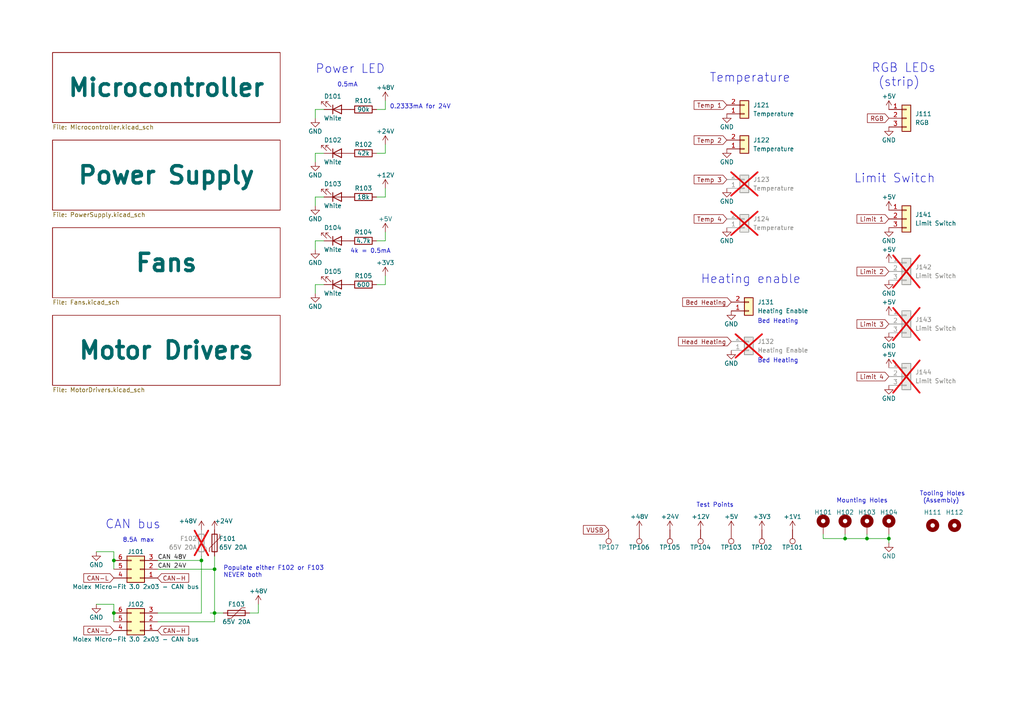
<source format=kicad_sch>
(kicad_sch (version 20230121) (generator eeschema)
  (paper "A4")
  (title_block (title "CAN 3D Printer (4 Motor)") (rev "1") (company "Abit Gray"))
  (lib_symbols
    (symbol "Connector:TestPoint" (pin_numbers hide) (pin_names (offset 0.762) hide)
      (property "Reference" "TP" (at 0 6.858 0))
      (property "Value" "TestPoint" (at 0 5.08 0))
      (symbol "TestPoint_0_1"
        (circle (center 0 3.302) (radius 0.762))
      )
      (symbol "TestPoint_1_1"
        (pin passive line (at 0 0 90) (length 2.54) (name "1") (number "1"))
      )
    )
    (symbol "Connector_Generic:Conn_01x02" (pin_names (offset 1.016) hide)
      (property "Reference" "J" (at 0 2.54 0))
      (property "Value" "Conn_01x02" (at 0 -5.08 0))
      (symbol "Conn_01x02_1_1"
        (rectangle (start -1.27 -2.413) (end 0 -2.667) (stroke (width 0.1524)))
        (rectangle (start -1.27 0.127) (end 0 -0.127) (stroke (width 0.1524)))
        (rectangle (start -1.27 1.27) (end 1.27 -3.81) (stroke (width 0.254)) (fill (type background)))
        (pin passive line (at -5.08 0 0) (length 3.81) (name "Pin_1") (number "1"))
        (pin passive line (at -5.08 -2.54 0) (length 3.81) (name "Pin_2") (number "2"))
      )
    )
    (symbol "Connector_Generic:Conn_01x03" (pin_names (offset 1.016) hide)
      (property "Reference" "J" (at 0 5.08 0))
      (property "Value" "Conn_01x03" (at 0 -5.08 0))
      (symbol "Conn_01x03_1_1"
        (rectangle (start -1.27 -2.413) (end 0 -2.667) (stroke (width 0.1524)))
        (rectangle (start -1.27 0.127) (end 0 -0.127) (stroke (width 0.1524)))
        (rectangle (start -1.27 2.667) (end 0 2.413) (stroke (width 0.1524)))
        (rectangle (start -1.27 3.81) (end 1.27 -3.81) (stroke (width 0.254)) (fill (type background)))
        (pin passive line (at -5.08 2.54 0) (length 3.81) (name "Pin_1") (number "1"))
        (pin passive line (at -5.08 0 0) (length 3.81) (name "Pin_2") (number "2"))
        (pin passive line (at -5.08 -2.54 0) (length 3.81) (name "Pin_3") (number "3"))
      )
    )
    (symbol "Connector_Generic:Conn_02x03_Top_Bottom" (pin_names (offset 1.016) hide)
      (property "Reference" "J" (at 1.27 5.08 0))
      (property "Value" "Conn_02x03_Top_Bottom" (at 1.27 -5.08 0))
      (symbol "Conn_02x03_Top_Bottom_1_1"
        (rectangle (start -1.27 -2.413) (end 0 -2.667) (stroke (width 0.1524)))
        (rectangle (start -1.27 0.127) (end 0 -0.127) (stroke (width 0.1524)))
        (rectangle (start -1.27 2.667) (end 0 2.413) (stroke (width 0.1524)))
        (rectangle (start -1.27 3.81) (end 3.81 -3.81) (stroke (width 0.254)) (fill (type background)))
        (rectangle (start 3.81 -2.413) (end 2.54 -2.667) (stroke (width 0.1524)))
        (rectangle (start 3.81 0.127) (end 2.54 -0.127) (stroke (width 0.1524)))
        (rectangle (start 3.81 2.667) (end 2.54 2.413) (stroke (width 0.1524)))
        (pin passive line (at -5.08 2.54 0) (length 3.81) (name "Pin_1") (number "1"))
        (pin passive line (at -5.08 0 0) (length 3.81) (name "Pin_2") (number "2"))
        (pin passive line (at -5.08 -2.54 0) (length 3.81) (name "Pin_3") (number "3"))
        (pin passive line (at 7.62 2.54 180) (length 3.81) (name "Pin_4") (number "4"))
        (pin passive line (at 7.62 0 180) (length 3.81) (name "Pin_5") (number "5"))
        (pin passive line (at 7.62 -2.54 180) (length 3.81) (name "Pin_6") (number "6"))
      )
    )
    (symbol "Device:LED" (pin_numbers hide) (pin_names (offset 1.016) hide)
      (property "Reference" "D" (at 0 2.54 0))
      (property "Value" "LED" (at 0 -2.54 0))
      (symbol "LED_0_1"
        (polyline (pts (xy -1.27 -1.27) (xy -1.27 1.27)) (stroke (width 0.254)))
        (polyline (pts (xy -1.27 0) (xy 1.27 0)))
        (polyline (pts (xy 1.27 -1.27) (xy 1.27 1.27) (xy -1.27 0) (xy 1.27 -1.27)) (stroke (width 0.254)))
        (polyline (pts (xy -3.048 -0.762) (xy -4.572 -2.286) (xy -3.81 -2.286) (xy -4.572 -2.286) (xy -4.572 -1.524)))
        (polyline (pts (xy -1.778 -0.762) (xy -3.302 -2.286) (xy -2.54 -2.286) (xy -3.302 -2.286) (xy -3.302 -1.524)))
      )
      (symbol "LED_1_1"
        (pin passive line (at -3.81 0 0) (length 2.54) (name "K") (number "1"))
        (pin passive line (at 3.81 0 180) (length 2.54) (name "A") (number "2"))
      )
    )
    (symbol "Device:Polyfuse" (pin_numbers hide) (pin_names (offset 0))
      (property "Reference" "F" (at -2.54 0 90))
      (property "Value" "Polyfuse" (at 2.54 0 90))
      (symbol "Polyfuse_0_1"
        (rectangle (start -0.762 2.54) (end 0.762 -2.54) (stroke (width 0.254)))
        (polyline (pts (xy 0 2.54) (xy 0 -2.54)))
        (polyline (pts (xy -1.524 2.54) (xy -1.524 1.524) (xy 1.524 -1.524) (xy 1.524 -2.54)))
      )
      (symbol "Polyfuse_1_1"
        (pin passive line (at 0 3.81 270) (length 1.27) (name "~") (number "1"))
        (pin passive line (at 0 -3.81 90) (length 1.27) (name "~") (number "2"))
      )
    )
    (symbol "Device:R" (pin_numbers hide) (pin_names (offset 0))
      (property "Reference" "R" (at 2.032 0 90))
      (property "Value" "R" (at 0 0 90))
      (symbol "R_0_1"
        (rectangle (start -1.016 -2.54) (end 1.016 2.54) (stroke (width 0.254)))
      )
      (symbol "R_1_1"
        (pin passive line (at 0 3.81 270) (length 1.27) (name "~") (number "1"))
        (pin passive line (at 0 -3.81 90) (length 1.27) (name "~") (number "2"))
      )
    )
    (symbol "Mechanical:MountingHole" (pin_names (offset 1.016))
      (property "Reference" "H" (at 0 5.08 0))
      (property "Value" "MountingHole" (at 0 3.175 0))
      (symbol "MountingHole_0_1"
        (circle (center 0 0) (radius 1.27) (stroke (width 1.27)))
      )
    )
    (symbol "Mechanical:MountingHole_Pad" (pin_numbers hide) (pin_names (offset 1.016) hide)
      (property "Reference" "H" (at 0 6.35 0))
      (property "Value" "MountingHole_Pad" (at 0 4.445 0))
      (symbol "MountingHole_Pad_0_1"
        (circle (center 0 1.27) (radius 1.27) (stroke (width 1.27)))
      )
      (symbol "MountingHole_Pad_1_1"
        (pin input line (at 0 -2.54 90) (length 2.54) (name "1") (number "1"))
      )
    )
    (symbol "power:+12V" (power) (pin_names (offset 0))
      (property "Value" "+12V" (at 0 3.556 0))
      (symbol "+12V_0_1"
        (polyline (pts (xy -0.762 1.27) (xy 0 2.54)))
        (polyline (pts (xy 0 0) (xy 0 2.54)))
        (polyline (pts (xy 0 2.54) (xy 0.762 1.27)))
      )
      (symbol "+12V_1_1"
        (pin power_in line (at 0 0 90) (length 0) hide (name "+12V") (number "1"))
      )
    )
    (symbol "power:+1V1" (power) (pin_names (offset 0))
      (property "Value" "+1V1" (at 0 3.556 0))
      (symbol "+1V1_0_1"
        (polyline (pts (xy -0.762 1.27) (xy 0 2.54)))
        (polyline (pts (xy 0 0) (xy 0 2.54)))
        (polyline (pts (xy 0 2.54) (xy 0.762 1.27)))
      )
      (symbol "+1V1_1_1"
        (pin power_in line (at 0 0 90) (length 0) hide (name "+1V1") (number "1"))
      )
    )
    (symbol "power:+24V" (power) (pin_names (offset 0))
      (property "Value" "+24V" (at 0 3.556 0))
      (symbol "+24V_0_1"
        (polyline (pts (xy -0.762 1.27) (xy 0 2.54)))
        (polyline (pts (xy 0 0) (xy 0 2.54)))
        (polyline (pts (xy 0 2.54) (xy 0.762 1.27)))
      )
      (symbol "+24V_1_1"
        (pin power_in line (at 0 0 90) (length 0) hide (name "+24V") (number "1"))
      )
    )
    (symbol "power:+3.3V" (power) (pin_numbers hide) (pin_names (offset 0) hide)
      (property "Value" "+3.3V" (at 0 3.556 0))
      (symbol "+3.3V_0_1"
        (polyline (pts (xy -0.762 1.27) (xy 0 2.54)))
        (polyline (pts (xy 0 0) (xy 0 2.54)))
        (polyline (pts (xy 0 2.54) (xy 0.762 1.27)))
      )
      (symbol "+3.3V_1_1"
        (pin power_in line (at 0 0 90) (length 0) hide (name "+3V3") (number "1"))
      )
    )
    (symbol "power:+3V3" (power) (pin_names (offset 0))
      (property "Value" "+3V3" (at 0 3.556 0))
      (symbol "+3V3_0_1"
        (polyline (pts (xy -0.762 1.27) (xy 0 2.54)))
        (polyline (pts (xy 0 0) (xy 0 2.54)))
        (polyline (pts (xy 0 2.54) (xy 0.762 1.27)))
      )
      (symbol "+3V3_1_1"
        (pin power_in line (at 0 0 90) (length 0) hide (name "+3V3") (number "1"))
      )
    )
    (symbol "power:+48V" (power) (pin_names (offset 0))
      (property "Value" "+48V" (at 0 3.556 0))
      (symbol "+48V_0_1"
        (polyline (pts (xy -0.762 1.27) (xy 0 2.54)))
        (polyline (pts (xy 0 0) (xy 0 2.54)))
        (polyline (pts (xy 0 2.54) (xy 0.762 1.27)))
      )
      (symbol "+48V_1_1"
        (pin power_in line (at 0 0 90) (length 0) hide (name "+48V") (number "1"))
      )
    )
    (symbol "power:+5V" (power) (pin_names (offset 0))
      (property "Value" "+5V" (at 0 3.556 0))
      (symbol "+5V_0_1"
        (polyline (pts (xy -0.762 1.27) (xy 0 2.54)))
        (polyline (pts (xy 0 0) (xy 0 2.54)))
        (polyline (pts (xy 0 2.54) (xy 0.762 1.27)))
      )
      (symbol "+5V_1_1"
        (pin power_in line (at 0 0 90) (length 0) hide (name "+5V") (number "1"))
      )
    )
    (symbol "power:GND" (power) (pin_numbers hide) (pin_names (offset 0) hide)
      (property "Value" "GND" (at 0 -3.81 0))
      (symbol "GND_0_1"
        (polyline (pts (xy 0 0) (xy 0 -1.27) (xy 1.27 -1.27) (xy 0 -2.54) (xy -1.27 -1.27) (xy 0 -1.27)))
      )
      (symbol "GND_1_1"
        (pin power_in line (at 0 0 270) (length 0) hide (name "GND") (number "1"))
      )
    )
  )
  (junction (at 62.23 165.1))
  (junction (at 33.02 162.56))
  (junction (at 33.02 177.8))
  (junction (at 245.11 156.21))
  (junction (at 58.42 162.56))
  (junction (at 257.81 156.21))
  (junction (at 62.23 177.8))
  (junction (at 251.46 156.21))
  (wire (pts (xy 91.44 31.75) (xy 91.44 34.29)))
  (wire (pts (xy 111.76 80.01) (xy 111.76 82.55)))
  (wire (pts (xy 93.98 57.15) (xy 91.44 57.15)))
  (wire (pts (xy 62.23 177.8) (xy 62.23 180.34)))
  (wire (pts (xy 93.98 69.85) (xy 91.44 69.85)))
  (wire (pts (xy 111.76 54.61) (xy 111.76 57.15)))
  (wire (pts (xy 245.11 156.21) (xy 251.46 156.21)))
  (wire (pts (xy 33.02 160.02) (xy 27.94 160.02)))
  (wire (pts (xy 33.02 177.8) (xy 33.02 180.34)))
  (wire (pts (xy 58.42 162.56) (xy 58.42 177.8)))
  (wire (pts (xy 33.02 175.26) (xy 27.94 175.26)))
  (wire (pts (xy 74.93 175.26) (xy 74.93 177.8)))
  (wire (pts (xy 111.76 44.45) (xy 109.22 44.45)))
  (wire (pts (xy 93.98 82.55) (xy 91.44 82.55)))
  (wire (pts (xy 33.02 162.56) (xy 33.02 165.1)))
  (wire (pts (xy 33.02 175.26) (xy 33.02 177.8)))
  (wire (pts (xy 91.44 82.55) (xy 91.44 85.09)))
  (wire (pts (xy 257.81 156.21) (xy 257.81 157.48)))
  (wire (pts (xy 257.81 154.94) (xy 257.81 156.21)))
  (wire (pts (xy 111.76 67.31) (xy 111.76 69.85)))
  (wire (pts (xy 251.46 154.94) (xy 251.46 156.21)))
  (wire (pts (xy 93.98 44.45) (xy 91.44 44.45)))
  (wire (pts (xy 238.76 154.94) (xy 238.76 156.21)))
  (wire (pts (xy 111.76 29.21) (xy 111.76 31.75)))
  (wire (pts (xy 45.72 165.1) (xy 62.23 165.1)))
  (wire (pts (xy 74.93 177.8) (xy 72.39 177.8)))
  (wire (pts (xy 33.02 160.02) (xy 33.02 162.56)))
  (wire (pts (xy 245.11 154.94) (xy 245.11 156.21)))
  (wire (pts (xy 62.23 177.8) (xy 64.77 177.8)))
  (wire (pts (xy 111.76 82.55) (xy 109.22 82.55)))
  (wire (pts (xy 111.76 41.91) (xy 111.76 44.45)))
  (wire (pts (xy 91.44 57.15) (xy 91.44 59.69)))
  (wire (pts (xy 238.76 156.21) (xy 245.11 156.21)))
  (wire (pts (xy 93.98 31.75) (xy 91.44 31.75)))
  (wire (pts (xy 62.23 177.8) (xy 60.96 177.8)))
  (wire (pts (xy 62.23 161.29) (xy 62.23 165.1)))
  (wire (pts (xy 251.46 156.21) (xy 257.81 156.21)))
  (wire (pts (xy 58.42 161.29) (xy 58.42 162.56)))
  (wire (pts (xy 45.72 180.34) (xy 62.23 180.34)))
  (wire (pts (xy 45.72 177.8) (xy 58.42 177.8)))
  (wire (pts (xy 45.72 162.56) (xy 58.42 162.56)))
  (wire (pts (xy 91.44 44.45) (xy 91.44 46.99)))
  (wire (pts (xy 111.76 57.15) (xy 109.22 57.15)))
  (wire (pts (xy 111.76 31.75) (xy 109.22 31.75)))
  (wire (pts (xy 111.76 69.85) (xy 109.22 69.85)))
  (wire (pts (xy 91.44 69.85) (xy 91.44 72.39)))
  (wire (pts (xy 62.23 165.1) (xy 62.23 177.8)))
  (text "Bed Heating" (at 219.71 105.41 0) (effects (font (size 1.27 1.27)) (justify left bottom)))
  (text "Power LED" (at 91.44 21.59 0) (effects (font (size 2.54 2.54)) (justify left bottom)))
  (text "Temperature" (at 205.74 24.13 0) (effects (font (size 2.54 2.54)) (justify left bottom)))
  (text "Bed Heating" (at 219.71 93.98 0) (effects (font (size 1.27 1.27)) (justify left bottom)))
  (text "CAN bus" (at 30.48 153.67 0) (effects (font (size 2.54 2.54)) (justify left bottom)))
  (text "Tooling Holes\n (Assembly)" (at 266.7 146.05 0) (effects (font (size 1.27 1.27)) (justify left bottom)))
  (text "0.5mA" (at 97.79 25.4 0) (effects (font (size 1.27 1.27)) (justify left bottom)))
  (text "Test Points" (at 201.93 147.32 0) (effects (font (size 1.27 1.27)) (justify left bottom)))
  (text "Mounting Holes" (at 242.57 146.05 0) (effects (font (size 1.27 1.27)) (justify left bottom)))
  (text "Heating enable" (at 203.2 82.55 0) (effects (font (size 2.54 2.54)) (justify left bottom)))
  (text "RGB LEDs\n (strip)" (at 252.73 25.4 0) (effects (font (size 2.54 2.54)) (justify left bottom)))
  (text "0.2333mA for 24V" (at 113.03 31.75 0) (effects (font (size 1.27 1.27)) (justify left bottom)))
  (text "4k = 0.5mA" (at 101.6 73.66 0) (effects (font (size 1.27 1.27)) (justify left bottom)))
  (text "Populate either F102 or F103\nNEVER both" (at 64.77 167.64 0) (effects (font (size 1.27 1.27)) (justify left bottom)))
  (text "Limit Switch" (at 247.65 53.34 0) (effects (font (size 2.54 2.54)) (justify left bottom)))
  (text "8.5A max" (at 35.56 157.48 0) (effects (font (size 1.27 1.27)) (justify left bottom)))
  (label "CAN 48V" (at 45.72 162.56 0))
  (label "CAN 24V" (at 45.72 165.1 0))
  (global_label "Temp 4" (shape input) (at 210.82 63.5 180) (property "Intersheetrefs" "${INTERSHEET_REFS}" (effects hide)))
  (global_label "Temp 3" (shape input) (at 210.82 52.07 180) (property "Intersheetrefs" "${INTERSHEET_REFS}" (effects hide)))
  (global_label "Limit 2" (shape input) (at 257.81 78.74 180) (property "Intersheetrefs" "${INTERSHEET_REFS}" (effects hide)))
  (global_label "Bed Heating" (shape input) (at 212.09 87.63 180) (property "Intersheetrefs" "${INTERSHEET_REFS}" (effects hide)))
  (global_label "VUSB" (shape input) (at 176.53 153.67 180) (property "Intersheetrefs" "${INTERSHEET_REFS}" (effects hide)))
  (global_label "CAN-L" (shape input) (at 33.02 182.88 180) (property "Intersheetrefs" "${INTERSHEET_REFS}" (effects hide)))
  (global_label "CAN-L" (shape input) (at 33.02 167.64 180) (property "Intersheetrefs" "${INTERSHEET_REFS}" (effects hide)))
  (global_label "Temp 1" (shape input) (at 210.82 30.48 180) (property "Intersheetrefs" "${INTERSHEET_REFS}" (effects hide)))
  (global_label "Limit 3" (shape input) (at 257.81 93.98 180) (property "Intersheetrefs" "${INTERSHEET_REFS}" (effects hide)))
  (global_label "CAN-H" (shape input) (at 45.72 182.88 0) (property "Intersheetrefs" "${INTERSHEET_REFS}" (effects hide)))
  (global_label "Limit 1" (shape input) (at 257.81 63.5 180) (property "Intersheetrefs" "${INTERSHEET_REFS}" (effects hide)))
  (global_label "Head Heating" (shape input) (at 212.09 99.06 180) (property "Intersheetrefs" "${INTERSHEET_REFS}" (effects hide)))
  (global_label "RGB" (shape input) (at 257.81 34.29 180) (property "Intersheetrefs" "${INTERSHEET_REFS}" (effects hide)))
  (global_label "Limit 4" (shape input) (at 257.81 109.22 180) (property "Intersheetrefs" "${INTERSHEET_REFS}" (effects hide)))
  (global_label "CAN-H" (shape input) (at 45.72 167.64 0) (property "Intersheetrefs" "${INTERSHEET_REFS}" (effects hide)))
  (global_label "Temp 2" (shape input) (at 210.82 40.64 180) (property "Intersheetrefs" "${INTERSHEET_REFS}" (effects hide)))
  (symbol (lib_id "power:GND") (at 257.81 111.76 0) (unit 1)
    (property "Reference" "#PWR0133" (effects hide))
    (property "Value" "GND" (at 257.81 115.57 0))
  )
  (symbol (lib_id "power:GND") (at 27.94 160.02 0) (unit 1)
    (property "Reference" "#PWR0101" (effects hide))
    (property "Value" "GND" (at 27.94 163.83 0))
  )
  (symbol (lib_id "Connector:TestPoint") (at 229.87 153.67 180) (unit 1) (in_bom no)
    (property "Reference" "TP101" (at 229.87 158.75 0))
    (property "Value" "TestPoint" (effects hide))
    (property "Footprint" "TestPoint:TestPoint_Pad_D1.0mm" (effects hide))
    (property "LCSC" "-" (effects hide))
    (property "Mouser" "-" (effects hide))
  )
  (symbol (lib_id "power:+24V") (at 111.76 41.91 0) (unit 1)
    (property "Reference" "#PWR0114" (effects hide))
    (property "Value" "+24V" (at 111.76 38.1 0))
  )
  (symbol (lib_id "power:+12V") (at 203.2 153.67 0) (unit 1)
    (property "Reference" "#PWR0119" (effects hide))
    (property "Value" "+12V" (at 203.2 149.86 0))
  )
  (symbol (lib_id "power:GND") (at 212.09 101.6 0) (unit 1)
    (property "Reference" "#PWR0134" (effects hide))
    (property "Value" "GND" (at 212.09 105.41 0))
  )
  (symbol (lib_id "power:GND") (at 212.09 90.17 0) (unit 1)
    (property "Reference" "#PWR0139" (effects hide))
    (property "Value" "GND" (at 212.09 93.98 0))
  )
  (symbol (lib_id "Connector_Generic:Conn_01x03") (at 262.89 34.29 0) (unit 1)
    (property "Reference" "J111" (at 265.43 33.02 0) (effects (justify left)))
    (property "Value" "RGB" (at 265.43 35.56 0) (effects (justify left)))
    (property "Footprint" "Connector_JST:JST_XH_B3B-XH-A_1x03_P2.50mm_Vertical" (effects hide))
    (property "LCSC" "C144394" (effects hide))
  )
  (symbol (lib_id "Connector_Generic:Conn_02x03_Top_Bottom") (at 40.64 180.34 180) (unit 1)
    (property "Reference" "J102" (at 39.37 175.26 0))
    (property "Value" "Molex Micro-Fit 3.0 2x03 - CAN bus" (at 39.37 185.42 0))
    (property "Footprint" "Connector_Molex:Molex_Micro-Fit_3.0_43045-0612_2x03_P3.00mm_Vertical" (effects hide))
    (property "Datasheet" "https://www.molex.com/en-us/products/connectors/wire-to-board-connectors/micro-fit-connectors" (effects hide))
    (property "LCSC" "C234188" (effects hide))
    (property "Mouser" "538-43045-0612" (effects hide))
  )
  (symbol (lib_id "power:GND") (at 27.94 175.26 0) (unit 1)
    (property "Reference" "#PWR0106" (effects hide))
    (property "Value" "GND" (at 27.94 179.07 0))
  )
  (symbol (lib_id "Device:LED") (at 97.79 44.45 0) (mirror x) (unit 1) (in_bom no)
    (property "Reference" "D102" (at 96.52 40.64 0))
    (property "Value" "White" (at 96.52 46.99 0))
    (property "Footprint" "LED_SMD:LED_0402_1005Metric" (effects hide))
    (property "Mouser" "720-LWQH8G-Q2S2-3K5L" (effects hide))
    (property "LCSC" "C434448" (effects hide))
  )
  (symbol (lib_id "Connector_Generic:Conn_01x03") (at 262.89 93.98 0) (unit 1) (dnp yes)
    (property "Reference" "J143" (at 265.43 92.71 0) (effects (justify left)))
    (property "Value" "Limit Switch" (at 265.43 95.25 0) (effects (justify left)))
    (property "Footprint" "Connector_JST:JST_XH_B3B-XH-A_1x03_P2.50mm_Vertical" (effects hide))
    (property "LCSC" "C144394" (effects hide))
  )
  (symbol (lib_id "power:GND") (at 210.82 54.61 0) (unit 1)
    (property "Reference" "#PWR0125" (effects hide))
    (property "Value" "GND" (at 210.82 58.42 0))
  )
  (symbol (lib_id "power:+5V") (at 257.81 106.68 0) (unit 1)
    (property "Reference" "#PWR0132" (effects hide))
    (property "Value" "+5V" (at 257.81 102.87 0))
  )
  (symbol (lib_id "power:GND") (at 210.82 33.02 0) (unit 1)
    (property "Reference" "#PWR0123" (effects hide))
    (property "Value" "GND" (at 210.82 36.83 0))
  )
  (symbol (lib_id "power:GND") (at 257.81 66.04 0) (unit 1)
    (property "Reference" "#PWR0127" (effects hide))
    (property "Value" "GND" (at 257.81 69.85 0))
  )
  (symbol (lib_id "power:GND") (at 91.44 46.99 0) (unit 1)
    (property "Reference" "#PWR0110" (effects hide))
    (property "Value" "GND" (at 91.44 50.8 0))
  )
  (symbol (lib_id "Connector:TestPoint") (at 212.09 153.67 180) (unit 1) (in_bom no)
    (property "Reference" "TP103" (at 212.09 158.75 0))
    (property "Value" "TestPoint" (effects hide))
    (property "Footprint" "TestPoint:TestPoint_Pad_D1.0mm" (effects hide))
    (property "LCSC" "-" (effects hide))
    (property "Mouser" "-" (effects hide))
  )
  (symbol (lib_id "power:+5V") (at 257.81 31.75 0) (unit 1)
    (property "Reference" "#PWR0121" (effects hide))
    (property "Value" "+5V" (at 257.81 27.94 0))
  )
  (symbol (lib_id "power:+5V") (at 111.76 67.31 0) (unit 1)
    (property "Reference" "#PWR0115" (effects hide))
    (property "Value" "+5V" (at 111.76 63.5 0))
  )
  (symbol (lib_id "Device:LED") (at 97.79 57.15 0) (mirror x) (unit 1) (in_bom no)
    (property "Reference" "D103" (at 96.52 53.34 0))
    (property "Value" "White" (at 96.52 59.69 0))
    (property "Footprint" "LED_SMD:LED_0402_1005Metric" (effects hide))
    (property "Mouser" "720-LWQH8G-Q2S2-3K5L" (effects hide))
    (property "LCSC" "C434448" (effects hide))
  )
  (symbol (lib_id "power:+24V") (at 62.23 153.67 0) (unit 1)
    (property "Reference" "#PWR0108" (effects hide))
    (property "Value" "+24V" (at 62.23 151.13 0) (effects (justify left)))
  )
  (symbol (lib_id "power:GND") (at 257.81 81.28 0) (unit 1)
    (property "Reference" "#PWR0129" (effects hide))
    (property "Value" "GND" (at 257.81 85.09 0))
  )
  (symbol (lib_id "Device:LED") (at 97.79 31.75 0) (mirror x) (unit 1) (in_bom no)
    (property "Reference" "D101" (at 96.52 27.94 0))
    (property "Value" "White" (at 96.52 34.29 0))
    (property "Footprint" "LED_SMD:LED_0402_1005Metric" (effects hide))
    (property "Mouser" "720-LWQH8G-Q2S2-3K5L" (effects hide))
    (property "LCSC" "C434448" (effects hide))
  )
  (symbol (lib_id "Connector_Generic:Conn_01x02") (at 215.9 43.18 0) (mirror x) (unit 1)
    (property "Reference" "J122" (at 218.44 40.64 0) (effects (justify left)))
    (property "Value" "Temperature" (at 218.44 43.18 0) (effects (justify left)))
    (property "Footprint" "Connector_JST:JST_XH_B2B-XH-A_1x02_P2.50mm_Vertical" (effects hide))
    (property "LCSC" "C265283" (effects hide))
  )
  (symbol (lib_id "Mechanical:MountingHole_Pad") (at 238.76 152.4 0) (unit 1) (in_bom no)
    (property "Reference" "H101" (at 238.76 148.59 0))
    (property "Value" "MountingHole_Pad" (effects hide))
    (property "Footprint" "MountingHole:MountingHole_2.2mm_M2_ISO7380_Pad" (effects hide))
    (property "LCSC" "-" (effects hide))
    (property "Mouser" "-" (effects hide))
  )
  (symbol (lib_id "Connector_Generic:Conn_01x03") (at 262.89 109.22 0) (unit 1) (dnp yes)
    (property "Reference" "J144" (at 265.43 107.95 0) (effects (justify left)))
    (property "Value" "Limit Switch" (at 265.43 110.49 0) (effects (justify left)))
    (property "Footprint" "Connector_JST:JST_XH_B3B-XH-A_1x03_P2.50mm_Vertical" (effects hide))
    (property "LCSC" "C144394" (effects hide))
  )
  (symbol (lib_id "Device:LED") (at 97.79 82.55 0) (mirror x) (unit 1) (in_bom no)
    (property "Reference" "D105" (at 96.52 78.74 0))
    (property "Value" "White" (at 96.52 85.09 0))
    (property "Footprint" "LED_SMD:LED_0402_1005Metric" (effects hide))
    (property "Mouser" "720-LWQH8G-Q2S2-3K5L" (effects hide))
    (property "LCSC" "C434448" (effects hide))
  )
  (symbol (lib_id "power:+1V1") (at 229.87 153.67 0) (unit 1)
    (property "Reference" "#PWR0102" (effects hide))
    (property "Value" "+1V1" (at 229.87 149.86 0))
  )
  (symbol (lib_id "Device:R") (at 105.41 82.55 90) (unit 1)
    (property "Reference" "R105" (at 105.41 80.01 90))
    (property "Value" "600" (at 105.41 82.55 90))
    (property "Footprint" "Resistor_SMD:R_0603_1608Metric" (effects hide))
  )
  (symbol (lib_id "power:GND") (at 210.82 43.18 0) (unit 1)
    (property "Reference" "#PWR0124" (effects hide))
    (property "Value" "GND" (at 210.82 46.99 0))
  )
  (symbol (lib_id "Device:R") (at 105.41 44.45 90) (unit 1)
    (property "Reference" "R102" (at 105.41 41.91 90))
    (property "Value" "42k" (at 105.41 44.45 90))
    (property "Footprint" "Resistor_SMD:R_0603_1608Metric" (effects hide))
  )
  (symbol (lib_id "power:GND") (at 91.44 72.39 0) (unit 1)
    (property "Reference" "#PWR0112" (effects hide))
    (property "Value" "GND" (at 91.44 76.2 0))
  )
  (symbol (lib_id "Connector_Generic:Conn_01x03") (at 262.89 78.74 0) (unit 1) (dnp yes)
    (property "Reference" "J142" (at 265.43 77.47 0) (effects (justify left)))
    (property "Value" "Limit Switch" (at 265.43 80.01 0) (effects (justify left)))
    (property "Footprint" "Connector_JST:JST_XH_B3B-XH-A_1x03_P2.50mm_Vertical" (effects hide))
    (property "LCSC" "C144394" (effects hide))
  )
  (symbol (lib_id "Device:R") (at 105.41 31.75 90) (unit 1)
    (property "Reference" "R101" (at 105.41 29.21 90))
    (property "Value" "90k" (at 105.41 31.75 90))
    (property "Footprint" "Resistor_SMD:R_0603_1608Metric" (effects hide))
  )
  (symbol (lib_id "Device:Polyfuse") (at 68.58 177.8 90) (unit 1)
    (property "Reference" "F103" (at 68.58 175.26 90))
    (property "Value" "65V 20A" (at 68.58 180.34 90))
    (property "Footprint" "Custom:Fuse_2410_6125Metric" (effects hide))
    (property "Datasheet" "https://datasheet.lcsc.com/lcsc/1811011110_AEM-AF2-20-0V065TM_C83077.pdf" (effects hide))
    (property "LCSC" "C83077" (effects hide))
    (property "Mouser" "652-SF-2410FA2000W-2" (effects hide))
  )
  (symbol (lib_id "Mechanical:MountingHole") (at 270.51 152.4 0) (unit 1) (in_bom no)
    (property "Reference" "H111" (at 270.51 148.59 0))
    (property "Value" "MountingHole_Pad" (effects hide))
    (property "Footprint" "Custom:Tooling Hole (JLCPCB)" (effects hide))
    (property "LCSC" "-" (effects hide))
    (property "Mouser" "-" (effects hide))
  )
  (symbol (lib_id "power:+5V") (at 212.09 153.67 0) (unit 1)
    (property "Reference" "#PWR0117" (effects hide))
    (property "Value" "+5V" (at 212.09 149.86 0))
  )
  (symbol (lib_id "power:GND") (at 257.81 96.52 0) (unit 1)
    (property "Reference" "#PWR0131" (effects hide))
    (property "Value" "GND" (at 257.81 100.33 0))
  )
  (symbol (lib_id "Device:Polyfuse") (at 62.23 157.48 0) (mirror x) (unit 1)
    (property "Reference" "F101" (at 63.5 156.21 0) (effects (justify left)))
    (property "Value" "65V 20A" (at 63.5 158.75 0) (effects (justify left)))
    (property "Footprint" "Custom:Fuse_2410_6125Metric" (effects hide))
    (property "Datasheet" "https://datasheet.lcsc.com/lcsc/1811011110_AEM-AF2-20-0V065TM_C83077.pdf" (effects hide))
    (property "LCSC" "C83077" (effects hide))
    (property "Mouser" "652-SF-2410FA2000W-2" (effects hide))
  )
  (symbol (lib_id "Connector_Generic:Conn_01x02") (at 215.9 66.04 0) (mirror x) (unit 1) (dnp yes)
    (property "Reference" "J124" (at 218.44 63.5 0) (effects (justify left)))
    (property "Value" "Temperature" (at 218.44 66.04 0) (effects (justify left)))
    (property "Footprint" "Connector_JST:JST_XH_B2B-XH-A_1x02_P2.50mm_Vertical" (effects hide))
    (property "LCSC" "C265283" (effects hide))
  )
  (symbol (lib_id "power:+3V3") (at 220.98 153.67 0) (unit 1)
    (property "Reference" "#PWR0103" (effects hide))
    (property "Value" "+3V3" (at 220.98 149.86 0))
  )
  (symbol (lib_id "power:GND") (at 210.82 66.04 0) (unit 1)
    (property "Reference" "#PWR0141" (effects hide))
    (property "Value" "GND" (at 210.82 69.85 0))
  )
  (symbol (lib_id "Connector_Generic:Conn_01x02") (at 217.17 101.6 0) (mirror x) (unit 1) (dnp yes)
    (property "Reference" "J132" (at 219.71 99.06 0) (effects (justify left)))
    (property "Value" "Heating Enable" (at 219.71 101.6 0) (effects (justify left)))
    (property "Footprint" "Connector_JST:JST_XH_B2B-XH-A_1x02_P2.50mm_Vertical" (effects hide))
    (property "LCSC" "C265283" (effects hide))
  )
  (symbol (lib_id "power:+48V") (at 74.93 175.26 0) (unit 1)
    (property "Reference" "#PWR0104" (effects hide))
    (property "Value" "+48V" (at 74.93 171.45 0))
  )
  (symbol (lib_id "Connector_Generic:Conn_02x03_Top_Bottom") (at 40.64 165.1 180) (unit 1)
    (property "Reference" "J101" (at 39.37 160.02 0))
    (property "Value" "Molex Micro-Fit 3.0 2x03 - CAN bus" (at 39.37 170.18 0))
    (property "Footprint" "Connector_Molex:Molex_Micro-Fit_3.0_43045-0612_2x03_P3.00mm_Vertical" (effects hide))
    (property "Datasheet" "https://www.molex.com/en-us/products/connectors/wire-to-board-connectors/micro-fit-connectors" (effects hide))
    (property "LCSC" "C234188" (effects hide))
    (property "Mouser" "538-43045-0612" (effects hide))
  )
  (symbol (lib_id "power:GND") (at 91.44 34.29 0) (unit 1)
    (property "Reference" "#PWR0109" (effects hide))
    (property "Value" "GND" (at 91.44 38.1 0))
  )
  (symbol (lib_id "power:+24V") (at 194.31 153.67 0) (unit 1)
    (property "Reference" "#PWR0118" (effects hide))
    (property "Value" "+24V" (at 194.31 149.86 0))
  )
  (symbol (lib_id "Connector:TestPoint") (at 185.42 153.67 180) (unit 1) (in_bom no)
    (property "Reference" "TP106" (at 185.42 158.75 0))
    (property "Value" "TestPoint" (effects hide))
    (property "Footprint" "TestPoint:TestPoint_Pad_D1.0mm" (effects hide))
    (property "LCSC" "-" (effects hide))
    (property "Mouser" "-" (effects hide))
  )
  (symbol (lib_id "power:+48V") (at 111.76 29.21 0) (unit 1)
    (property "Reference" "#PWR0113" (effects hide))
    (property "Value" "+48V" (at 111.76 25.4 0))
  )
  (symbol (lib_id "Connector_Generic:Conn_01x02") (at 217.17 90.17 0) (mirror x) (unit 1)
    (property "Reference" "J131" (at 219.71 87.63 0) (effects (justify left)))
    (property "Value" "Heating Enable" (at 219.71 90.17 0) (effects (justify left)))
    (property "Footprint" "Connector_JST:JST_XH_B2B-XH-A_1x02_P2.50mm_Vertical" (effects hide))
    (property "LCSC" "C265283" (effects hide))
  )
  (symbol (lib_id "Connector:TestPoint") (at 203.2 153.67 180) (unit 1) (in_bom no)
    (property "Reference" "TP104" (at 203.2 158.75 0))
    (property "Value" "TestPoint" (effects hide))
    (property "Footprint" "TestPoint:TestPoint_Pad_D1.0mm" (effects hide))
    (property "LCSC" "-" (effects hide))
    (property "Mouser" "-" (effects hide))
  )
  (symbol (lib_id "power:+5V") (at 257.81 76.2 0) (unit 1)
    (property "Reference" "#PWR0128" (effects hide))
    (property "Value" "+5V" (at 257.81 72.39 0))
  )
  (symbol (lib_id "Mechanical:MountingHole_Pad") (at 245.11 152.4 0) (unit 1) (in_bom no)
    (property "Reference" "H102" (at 245.11 148.59 0))
    (property "Value" "MountingHole_Pad" (effects hide))
    (property "Footprint" "MountingHole:MountingHole_2.2mm_M2_ISO7380_Pad" (effects hide))
    (property "LCSC" "-" (effects hide))
    (property "Mouser" "-" (effects hide))
  )
  (symbol (lib_id "power:GND") (at 257.81 157.48 0) (unit 1)
    (property "Reference" "#PWR0135" (effects hide))
    (property "Value" "GND" (at 257.81 161.29 0))
  )
  (symbol (lib_id "Connector_Generic:Conn_01x02") (at 215.9 54.61 0) (mirror x) (unit 1) (dnp yes)
    (property "Reference" "J123" (at 218.44 52.07 0) (effects (justify left)))
    (property "Value" "Temperature" (at 218.44 54.61 0) (effects (justify left)))
    (property "Footprint" "Connector_JST:JST_XH_B2B-XH-A_1x02_P2.50mm_Vertical" (effects hide))
    (property "LCSC" "C265283" (effects hide))
  )
  (symbol (lib_id "Device:R") (at 105.41 57.15 90) (unit 1)
    (property "Reference" "R103" (at 105.41 54.61 90))
    (property "Value" "18k" (at 105.41 57.15 90))
    (property "Footprint" "Resistor_SMD:R_0603_1608Metric" (effects hide))
  )
  (symbol (lib_id "power:GND") (at 91.44 85.09 0) (unit 1)
    (property "Reference" "#PWR0138" (effects hide))
    (property "Value" "GND" (at 91.44 88.9 0))
  )
  (symbol (lib_id "power:GND") (at 91.44 59.69 0) (unit 1)
    (property "Reference" "#PWR0111" (effects hide))
    (property "Value" "GND" (at 91.44 63.5 0))
  )
  (symbol (lib_id "Mechanical:MountingHole_Pad") (at 257.81 152.4 0) (unit 1) (in_bom no)
    (property "Reference" "H104" (at 257.81 148.59 0))
    (property "Value" "MountingHole_Pad" (effects hide))
    (property "Footprint" "MountingHole:MountingHole_2.2mm_M2_ISO7380_Pad" (effects hide))
    (property "LCSC" "-" (effects hide))
    (property "Mouser" "-" (effects hide))
  )
  (symbol (lib_id "Mechanical:MountingHole") (at 276.86 152.4 0) (unit 1) (in_bom no)
    (property "Reference" "H112" (at 276.86 148.59 0))
    (property "Value" "MountingHole_Pad" (effects hide))
    (property "Footprint" "Custom:Tooling Hole (JLCPCB)" (effects hide))
    (property "LCSC" "-" (effects hide))
    (property "Mouser" "-" (effects hide))
  )
  (symbol (lib_id "Connector_Generic:Conn_01x02") (at 215.9 33.02 0) (mirror x) (unit 1)
    (property "Reference" "J121" (at 218.44 30.48 0) (effects (justify left)))
    (property "Value" "Temperature" (at 218.44 33.02 0) (effects (justify left)))
    (property "Footprint" "Connector_JST:JST_XH_B2B-XH-A_1x02_P2.50mm_Vertical" (effects hide))
    (property "LCSC" "C265283" (effects hide))
  )
  (symbol (lib_id "Mechanical:MountingHole_Pad") (at 251.46 152.4 0) (unit 1) (in_bom no)
    (property "Reference" "H103" (at 251.46 148.59 0))
    (property "Value" "MountingHole_Pad" (effects hide))
    (property "Footprint" "MountingHole:MountingHole_2.2mm_M2_ISO7380_Pad" (effects hide))
    (property "LCSC" "-" (effects hide))
    (property "Mouser" "-" (effects hide))
  )
  (symbol (lib_id "Connector:TestPoint") (at 194.31 153.67 180) (unit 1) (in_bom no)
    (property "Reference" "TP105" (at 194.31 158.75 0))
    (property "Value" "TestPoint" (effects hide))
    (property "Footprint" "TestPoint:TestPoint_Pad_D1.0mm" (effects hide))
    (property "LCSC" "-" (effects hide))
    (property "Mouser" "-" (effects hide))
  )
  (symbol (lib_id "Device:LED") (at 97.79 69.85 0) (mirror x) (unit 1) (in_bom no)
    (property "Reference" "D104" (at 96.52 66.04 0))
    (property "Value" "White" (at 96.52 72.39 0))
    (property "Footprint" "LED_SMD:LED_0402_1005Metric" (effects hide))
    (property "Mouser" "720-LWQH8G-Q2S2-3K5L" (effects hide))
    (property "LCSC" "C434448" (effects hide))
  )
  (symbol (lib_id "power:+5V") (at 257.81 91.44 0) (unit 1)
    (property "Reference" "#PWR0130" (effects hide))
    (property "Value" "+5V" (at 257.81 87.63 0))
  )
  (symbol (lib_id "Device:R") (at 105.41 69.85 90) (unit 1)
    (property "Reference" "R104" (at 105.41 67.31 90))
    (property "Value" "4.7k" (at 105.41 69.85 90))
    (property "Footprint" "Resistor_SMD:R_0603_1608Metric" (effects hide))
    (property "LCSC" "C23162" (effects hide))
  )
  (symbol (lib_id "power:GND") (at 257.81 36.83 0) (unit 1)
    (property "Reference" "#PWR0122" (effects hide))
    (property "Value" "GND" (at 257.81 40.64 0))
  )
  (symbol (lib_id "power:+12V") (at 111.76 54.61 0) (unit 1)
    (property "Reference" "#PWR0116" (effects hide))
    (property "Value" "+12V" (at 111.76 50.8 0))
  )
  (symbol (lib_id "power:+3.3V") (at 111.76 80.01 0) (unit 1)
    (property "Reference" "#PWR0140" (effects hide))
    (property "Value" "+3.3V" (at 111.76 76.2 0))
  )
  (symbol (lib_id "Device:Polyfuse") (at 58.42 157.48 180) (unit 1) (dnp yes)
    (property "Reference" "F102" (at 57.15 156.21 0) (effects (justify left)))
    (property "Value" "65V 20A" (at 57.15 158.75 0) (effects (justify left)))
    (property "Footprint" "Custom:Fuse_2410_6125Metric" (effects hide))
    (property "Datasheet" "https://datasheet.lcsc.com/lcsc/1811011110_AEM-AF2-20-0V065TM_C83077.pdf" (effects hide))
    (property "LCSC" "C83077" (effects hide))
    (property "Mouser" "652-SF-2410FA2000W-2" (effects hide))
  )
  (symbol (lib_id "Connector_Generic:Conn_01x03") (at 262.89 63.5 0) (unit 1)
    (property "Reference" "J141" (at 265.43 62.23 0) (effects (justify left)))
    (property "Value" "Limit Switch" (at 265.43 64.77 0) (effects (justify left)))
    (property "Footprint" "Connector_JST:JST_XH_B3B-XH-A_1x03_P2.50mm_Vertical" (effects hide))
    (property "LCSC" "C144394" (effects hide))
  )
  (symbol (lib_id "power:+48V") (at 58.42 153.67 0) (unit 1)
    (property "Reference" "#PWR0107" (effects hide))
    (property "Value" "+48V" (at 57.15 151.13 0) (effects (justify right)))
  )
  (symbol (lib_id "Connector:TestPoint") (at 176.53 153.67 180) (unit 1) (in_bom no)
    (property "Reference" "TP107" (at 176.53 158.75 0))
    (property "Value" "TestPoint" (effects hide))
    (property "Footprint" "TestPoint:TestPoint_Pad_D1.0mm" (effects hide))
    (property "LCSC" "-" (effects hide))
    (property "Mouser" "-" (effects hide))
  )
  (symbol (lib_id "power:+48V") (at 185.42 153.67 0) (unit 1)
    (property "Reference" "#PWR0120" (effects hide))
    (property "Value" "+48V" (at 185.42 149.86 0))
  )
  (symbol (lib_id "Connector:TestPoint") (at 220.98 153.67 180) (unit 1) (in_bom no)
    (property "Reference" "TP102" (at 220.98 158.75 0))
    (property "Value" "TestPoint" (effects hide))
    (property "Footprint" "TestPoint:TestPoint_Pad_D1.0mm" (effects hide))
    (property "LCSC" "-" (effects hide))
    (property "Mouser" "-" (effects hide))
  )
  (symbol (lib_id "power:+5V") (at 257.81 60.96 0) (unit 1)
    (property "Reference" "#PWR0126" (effects hide))
    (property "Value" "+5V" (at 257.81 57.15 0))
  )
  (sheet (at 15.24 91.44) (size 66.04 20.32) (stroke (width 0.1524))
    (property "Sheetname" "Motor Drivers" (at 48.26 101.6 0) (effects (font (size 5 5) bold)))
    (property "Sheetfile" "MotorDrivers.kicad_sch" (at 15.24 112.3446 0) (effects (justify left top)))
  )
  (sheet (at 15.24 40.64) (size 66.04 20.32) (stroke (width 0.1524))
    (property "Sheetname" "Power Supply" (at 48.26 50.8 0) (effects (font (size 5 5) bold)))
    (property "Sheetfile" "PowerSupply.kicad_sch" (at 15.24 61.5446 0) (effects (justify left top)))
  )
  (sheet (at 15.24 66.04) (size 66.04 20.32) (stroke (width 0.1524))
    (property "Sheetname" "Fans" (at 48.26 76.2 0) (effects (font (size 5 5) bold)))
    (property "Sheetfile" "Fans.kicad_sch" (at 15.24 86.9446 0) (effects (justify left top)))
  )
  (sheet (at 15.24 15.24) (size 66.04 20.32) (stroke (width 0.1524))
    (property "Sheetname" "Microcontroller" (at 48.26 25.4 0) (effects (font (size 5 5) bold)))
    (property "Sheetfile" "Microcontroller.kicad_sch" (at 15.24 36.1446 0) (effects (justify left top)))
  )
)
</source>
